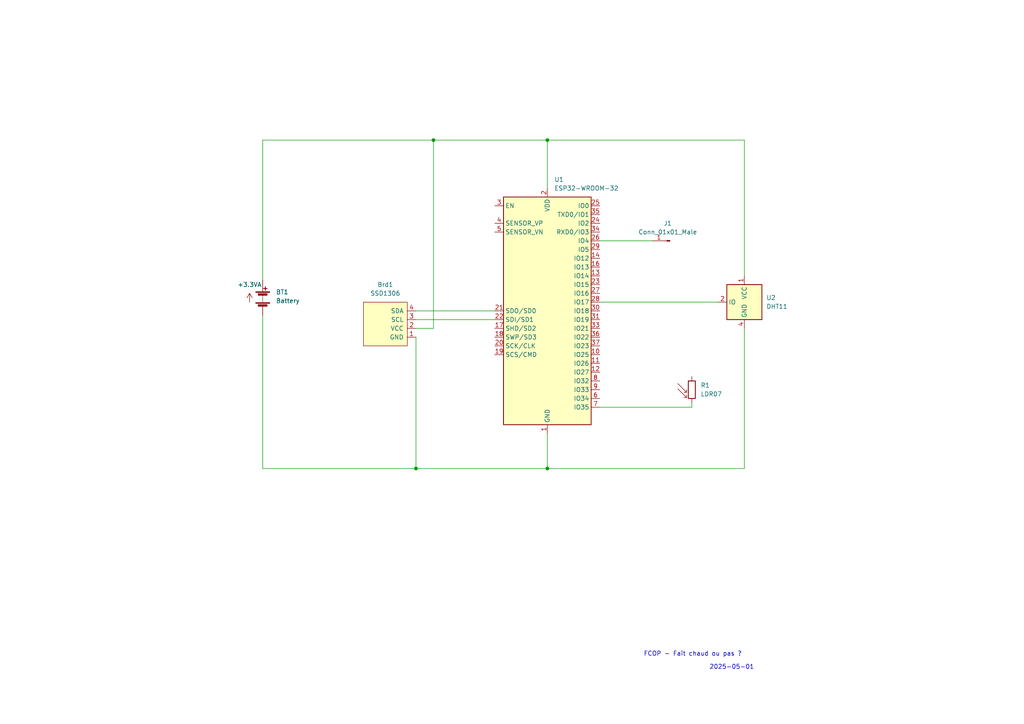
<source format=kicad_sch>
(kicad_sch (version 20211123) (generator eeschema)
  (paper "A4")
  (lib_symbols
    (symbol "Connector:Conn_01x01_Male" (pin_names (offset 1.016) hide)
      (property "Reference" "J" (at 0 2.54 0))
      (property "Value" "Conn_01x01_Male" (at 0 -2.54 0))
      (symbol "Conn_01x01_Male_1_1"
        (polyline (pts (xy 1.27 0) (xy 0.8636 0)) (stroke (width 0.1524)))
        (rectangle (start 0.8636 0.127) (end 0 -0.127) (stroke (width 0.1524)) (fill (type outline)))
        (pin passive line (at 5.08 0 180) (length 3.81) (name "Pin_1") (number "1"))
      )
    )
    (symbol "Device:Battery" (pin_numbers hide) (pin_names (offset 0) hide)
      (property "Reference" "BT" (at 2.54 2.54 0))
      (property "Value" "Battery" (at 2.54 0 0))
      (symbol "Battery_0_1"
        (rectangle (start -2.032 -1.397) (end 2.032 -1.651) (fill (type outline)))
        (rectangle (start -2.032 1.778) (end 2.032 1.524) (fill (type outline)))
        (rectangle (start -1.3208 -1.9812) (end 1.27 -2.4892) (fill (type outline)))
        (rectangle (start -1.3208 1.1938) (end 1.27 0.6858) (fill (type outline)))
        (polyline (pts (xy 0 -1.524) (xy 0 -1.27)))
        (polyline (pts (xy 0 -1.016) (xy 0 -0.762)))
        (polyline (pts (xy 0 -0.508) (xy 0 -0.254)))
        (polyline (pts (xy 0 0) (xy 0 0.254)))
        (polyline (pts (xy 0 0.508) (xy 0 0.762)))
        (polyline (pts (xy 0 1.778) (xy 0 2.54)))
        (polyline (pts (xy 0.254 2.667) (xy 1.27 2.667)) (stroke (width 0.254)))
        (polyline (pts (xy 0.762 3.175) (xy 0.762 2.159)) (stroke (width 0.254)))
      )
      (symbol "Battery_1_1"
        (pin passive line (at 0 5.08 270) (length 2.54) (name "+") (number "1"))
        (pin passive line (at 0 -5.08 90) (length 2.54) (name "-") (number "2"))
      )
    )
    (symbol "RF_Module:ESP32-WROOM-32"
      (property "Reference" "U" (at -12.7 34.29 0))
      (property "Value" "ESP32-WROOM-32" (at 1.27 34.29 0))
      (symbol "ESP32-WROOM-32_0_1"
        (rectangle (start -12.7 33.02) (end 12.7 -33.02) (stroke (width 0.254)) (fill (type background)))
      )
      (symbol "ESP32-WROOM-32_1_1"
        (pin power_in line (at 0 -35.56 90) (length 2.54) (name "GND") (number "1"))
        (pin bidirectional line (at 15.24 -12.7 180) (length 2.54) (name "IO25") (number "10"))
        (pin bidirectional line (at 15.24 -15.24 180) (length 2.54) (name "IO26") (number "11"))
        (pin bidirectional line (at 15.24 -17.78 180) (length 2.54) (name "IO27") (number "12"))
        (pin bidirectional line (at 15.24 10.16 180) (length 2.54) (name "IO14") (number "13"))
        (pin bidirectional line (at 15.24 15.24 180) (length 2.54) (name "IO12") (number "14"))
        (pin passive line (at 0 -35.56 90) (length 2.54) hide (name "GND") (number "15"))
        (pin bidirectional line (at 15.24 12.7 180) (length 2.54) (name "IO13") (number "16"))
        (pin bidirectional line (at -15.24 -5.08 0) (length 2.54) (name "SHD/SD2") (number "17"))
        (pin bidirectional line (at -15.24 -7.62 0) (length 2.54) (name "SWP/SD3") (number "18"))
        (pin bidirectional line (at -15.24 -12.7 0) (length 2.54) (name "SCS/CMD") (number "19"))
        (pin power_in line (at 0 35.56 270) (length 2.54) (name "VDD") (number "2"))
        (pin bidirectional line (at -15.24 -10.16 0) (length 2.54) (name "SCK/CLK") (number "20"))
        (pin bidirectional line (at -15.24 0 0) (length 2.54) (name "SDO/SD0") (number "21"))
        (pin bidirectional line (at -15.24 -2.54 0) (length 2.54) (name "SDI/SD1") (number "22"))
        (pin bidirectional line (at 15.24 7.62 180) (length 2.54) (name "IO15") (number "23"))
        (pin bidirectional line (at 15.24 25.4 180) (length 2.54) (name "IO2") (number "24"))
        (pin bidirectional line (at 15.24 30.48 180) (length 2.54) (name "IO0") (number "25"))
        (pin bidirectional line (at 15.24 20.32 180) (length 2.54) (name "IO4") (number "26"))
        (pin bidirectional line (at 15.24 5.08 180) (length 2.54) (name "IO16") (number "27"))
        (pin bidirectional line (at 15.24 2.54 180) (length 2.54) (name "IO17") (number "28"))
        (pin bidirectional line (at 15.24 17.78 180) (length 2.54) (name "IO5") (number "29"))
        (pin input line (at -15.24 30.48 0) (length 2.54) (name "EN") (number "3"))
        (pin bidirectional line (at 15.24 0 180) (length 2.54) (name "IO18") (number "30"))
        (pin bidirectional line (at 15.24 -2.54 180) (length 2.54) (name "IO19") (number "31"))
        (pin no_connect line (at -12.7 -27.94 0) (length 2.54) hide (name "NC") (number "32"))
        (pin bidirectional line (at 15.24 -5.08 180) (length 2.54) (name "IO21") (number "33"))
        (pin bidirectional line (at 15.24 22.86 180) (length 2.54) (name "RXD0/IO3") (number "34"))
        (pin bidirectional line (at 15.24 27.94 180) (length 2.54) (name "TXD0/IO1") (number "35"))
        (pin bidirectional line (at 15.24 -7.62 180) (length 2.54) (name "IO22") (number "36"))
        (pin bidirectional line (at 15.24 -10.16 180) (length 2.54) (name "IO23") (number "37"))
        (pin passive line (at 0 -35.56 90) (length 2.54) hide (name "GND") (number "38"))
        (pin passive line (at 0 -35.56 90) (length 2.54) hide (name "GND") (number "39"))
        (pin input line (at -15.24 25.4 0) (length 2.54) (name "SENSOR_VP") (number "4"))
        (pin input line (at -15.24 22.86 0) (length 2.54) (name "SENSOR_VN") (number "5"))
        (pin input line (at 15.24 -25.4 180) (length 2.54) (name "IO34") (number "6"))
        (pin input line (at 15.24 -27.94 180) (length 2.54) (name "IO35") (number "7"))
        (pin bidirectional line (at 15.24 -20.32 180) (length 2.54) (name "IO32") (number "8"))
        (pin bidirectional line (at 15.24 -22.86 180) (length 2.54) (name "IO33") (number "9"))
      )
    )
    (symbol "SSD1306-128x64_OLED:SSD1306" (pin_names (offset 1.016))
      (property "Reference" "Brd" (at 0 -3.81 0))
      (property "Value" "SSD1306" (at 0 -1.27 0))
      (symbol "SSD1306_0_1"
        (rectangle (start -6.35 6.35) (end 6.35 -6.35) (fill (type background)))
      )
      (symbol "SSD1306_1_1"
        (pin input line (at -3.81 8.89 270) (length 2.54) (name "GND") (number "1"))
        (pin input line (at -1.27 8.89 270) (length 2.54) (name "VCC") (number "2"))
        (pin input line (at 1.27 8.89 270) (length 2.54) (name "SCL") (number "3"))
        (pin input line (at 3.81 8.89 270) (length 2.54) (name "SDA") (number "4"))
      )
    )
    (symbol "Sensor:DHT11"
      (property "Reference" "U" (at -3.81 6.35 0))
      (property "Value" "DHT11" (at 3.81 6.35 0))
      (symbol "DHT11_0_1"
        (rectangle (start -5.08 5.08) (end 5.08 -5.08) (stroke (width 0.254)) (fill (type background)))
      )
      (symbol "DHT11_1_1"
        (pin power_in line (at 0 7.62 270) (length 2.54) (name "VCC") (number "1"))
        (pin bidirectional line (at 7.62 0 180) (length 2.54) (name "IO") (number "2"))
        (pin no_connect line (at -5.08 0 0) (length 2.54) hide (name "NC") (number "3"))
        (pin power_in line (at 0 -7.62 90) (length 2.54) (name "GND") (number "4"))
      )
    )
    (symbol "Sensor_Optical:LDR07" (pin_numbers hide) (pin_names (offset 0))
      (property "Reference" "R" (at -5.08 0 90))
      (property "Value" "LDR07" (at 1.905 0 90))
      (symbol "LDR07_0_1"
        (rectangle (start -1.016 2.54) (end 1.016 -2.54) (stroke (width 0.254)))
        (polyline (pts (xy -1.524 -2.286) (xy -4.064 0.254)))
        (polyline (pts (xy -1.524 -2.286) (xy -2.286 -2.286)))
        (polyline (pts (xy -1.524 -2.286) (xy -1.524 -1.524)))
        (polyline (pts (xy -1.524 -0.762) (xy -4.064 1.778)))
        (polyline (pts (xy -1.524 -0.762) (xy -2.286 -0.762)))
        (polyline (pts (xy -1.524 -0.762) (xy -1.524 0)))
      )
      (symbol "LDR07_1_1"
        (pin passive line (at 0 3.81 270) (length 1.27) (name "~") (number "1"))
        (pin passive line (at 0 -3.81 90) (length 1.27) (name "~") (number "2"))
      )
    )
    (symbol "power:+3.3VA" (power) (pin_names (offset 0))
      (property "Value" "+3.3VA" (at 0 3.556 0))
      (symbol "+3.3VA_0_1"
        (polyline (pts (xy -0.762 1.27) (xy 0 2.54)))
        (polyline (pts (xy 0 0) (xy 0 2.54)))
        (polyline (pts (xy 0 2.54) (xy 0.762 1.27)))
      )
      (symbol "+3.3VA_1_1"
        (pin power_in line (at 0 0 90) (length 0) hide (name "+3.3VA") (number "1"))
      )
    )
  )
  (junction (at 125.73 40.64))
  (junction (at 120.65 135.89))
  (junction (at 158.75 135.89))
  (junction (at 158.75 40.64))
  (wire (pts (xy 76.2 40.64) (xy 125.73 40.64)))
  (wire (pts (xy 125.73 40.64) (xy 125.73 95.25)))
  (wire (pts (xy 120.65 95.25) (xy 125.73 95.25)))
  (wire (pts (xy 120.65 92.71) (xy 143.51 92.71)))
  (wire (pts (xy 173.99 69.85) (xy 189.23 69.85)))
  (wire (pts (xy 76.2 81.28) (xy 76.2 40.64)))
  (wire (pts (xy 158.75 40.64) (xy 215.9 40.64)))
  (wire (pts (xy 173.99 87.63) (xy 208.28 87.63)))
  (wire (pts (xy 125.73 40.64) (xy 158.75 40.64)))
  (wire (pts (xy 120.65 97.79) (xy 120.65 135.89)))
  (wire (pts (xy 158.75 40.64) (xy 158.75 54.61)))
  (wire (pts (xy 76.2 135.89) (xy 120.65 135.89)))
  (wire (pts (xy 200.66 118.11) (xy 200.66 116.84)))
  (wire (pts (xy 158.75 125.73) (xy 158.75 135.89)))
  (wire (pts (xy 120.65 135.89) (xy 158.75 135.89)))
  (wire (pts (xy 158.75 135.89) (xy 215.9 135.89)))
  (wire (pts (xy 215.9 95.25) (xy 215.9 135.89)))
  (wire (pts (xy 173.99 118.11) (xy 200.66 118.11)))
  (wire (pts (xy 120.65 90.17) (xy 143.51 90.17)))
  (wire (pts (xy 76.2 91.44) (xy 76.2 135.89)))
  (wire (pts (xy 215.9 40.64) (xy 215.9 80.01)))
  (text "FCOP - Fait chaud ou pas ?" (at 186.69 190.5 0) (effects (font (size 1.27 1.27)) (justify left bottom)))
  (text "2025-05-01" (at 205.74 194.31 0) (effects (font (size 1.27 1.27)) (justify left bottom)))
  (symbol (lib_id "power:+3.3VA") (at 72.39 87.63 0) (unit 1)
    (property "Reference" "#PWR0101" (effects hide))
    (property "Value" "+3.3VA" (at 72.39 82.55 0))
  )
  (symbol (lib_id "Connector:Conn_01x01_Male") (at 194.31 69.85 180) (unit 1)
    (property "Reference" "J1" (at 193.675 64.77 0))
    (property "Value" "Conn_01x01_Male" (at 193.675 67.31 0))
  )
  (symbol (lib_id "Sensor_Optical:LDR07") (at 200.66 113.03 0) (unit 1)
    (property "Reference" "R1" (at 203.2 111.7599 0) (effects (justify left)))
    (property "Value" "LDR07" (at 203.2 114.2999 0) (effects (justify left)))
    (property "Footprint" "OptoDevice:R_LDR_5.1x4.3mm_P3.4mm_Vertical" (effects hide))
    (property "Datasheet" "http://www.tme.eu/de/Document/f2e3ad76a925811312d226c31da4cd7e/LDR07.pdf" (effects hide))
  )
  (symbol (lib_id "Device:Battery") (at 76.2 86.36 0) (unit 1)
    (property "Reference" "BT1" (at 80.01 84.7089 0) (effects (justify left)))
    (property "Value" "Battery" (at 80.01 87.2489 0) (effects (justify left)))
  )
  (symbol (lib_id "SSD1306-128x64_OLED:SSD1306") (at 111.76 93.98 270) (mirror x) (unit 1)
    (property "Reference" "Brd1" (at 111.76 82.55 90))
    (property "Value" "SSD1306" (at 111.76 85.09 90))
  )
  (symbol (lib_id "Sensor:DHT11") (at 215.9 87.63 0) (mirror y) (unit 1)
    (property "Reference" "U2" (at 222.25 86.3599 0) (effects (justify right)))
    (property "Value" "DHT11" (at 222.25 88.8999 0) (effects (justify right)))
    (property "Footprint" "Sensor:Aosong_DHT11_5.5x12.0_P2.54mm" (effects hide))
    (property "Datasheet" "http://akizukidenshi.com/download/ds/aosong/DHT11.pdf" (effects hide))
  )
  (symbol (lib_id "RF_Module:ESP32-WROOM-32") (at 158.75 90.17 0) (unit 1)
    (property "Reference" "U1" (at 160.7694 52.07 0) (effects (justify left)))
    (property "Value" "ESP32-WROOM-32" (at 160.7694 54.61 0) (effects (justify left)))
    (property "Footprint" "RF_Module:ESP32-WROOM-32" (effects hide))
    (property "Datasheet" "https://www.espressif.com/sites/default/files/documentation/esp32-wroom-32_datasheet_en.pdf" (effects hide))
  )
)
</source>
